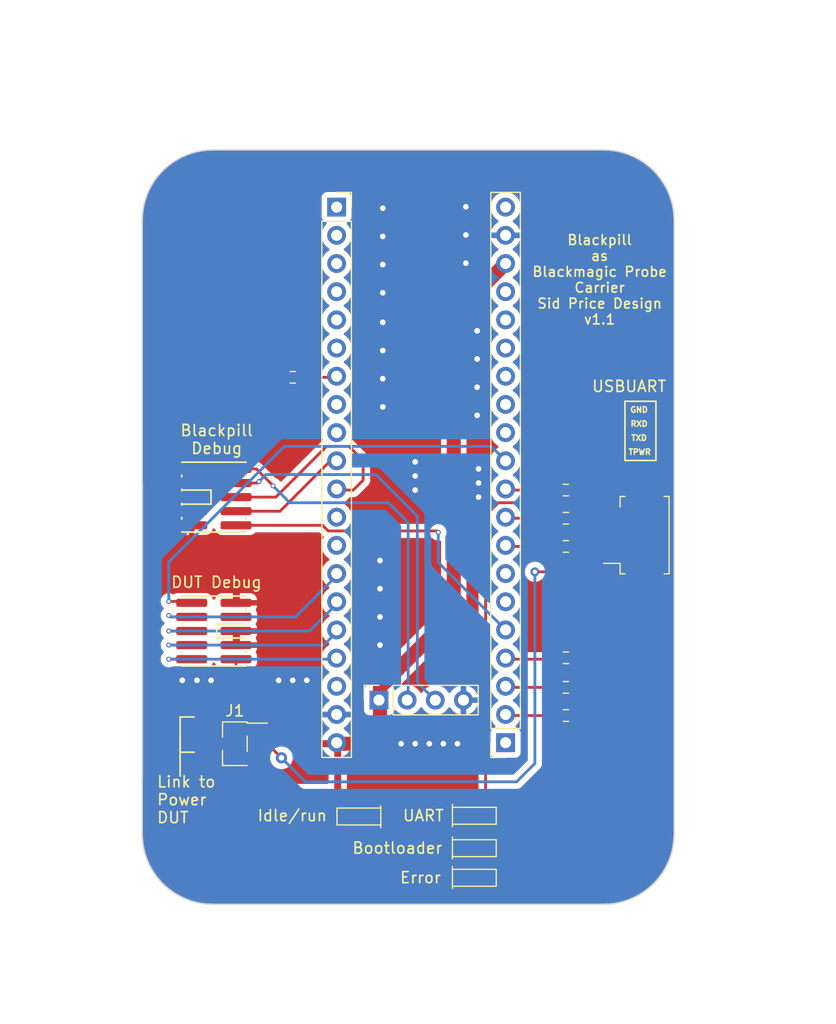
<source format=kicad_pcb>
(kicad_pcb (version 20221018) (generator pcbnew)
  (title_block (title "Blackpill Carrier Board") (date "2024-08-14") (rev "1.0") (company "Sid Price Design - 2024"))
  (layers (0 "F.Cu" signal) (31 "B.Cu" signal) (34 "B.Paste" user) (35 "F.Paste" user) (36 "B.SilkS" user "B.Silkscreen") (37 "F.SilkS" user "F.Silkscreen") (38 "B.Mask" user) (39 "F.Mask" user) (44 "Edge.Cuts" user))
  (net 0 "")
  (net 1 "GND")
  (net 2 "Net-(D1-A)")
  (net 3 "Net-(D2-A)")
  (net 4 "Net-(D3-K)")
  (net 5 "Net-(D4-A)")
  (net 6 "+3V3")
  (net 7 "/TPWR")
  (net 9 "/t_SWDIO{slash}TMS")
  (net 10 "/t_SWDCLK{slash}TCK")
  (net 11 "/t_SWO{slash}TDO")
  (net 13 "/t_NC{slash}TDI")
  (net 14 "/~{nRST}")
  (net 15 "/b_SWDIO")
  (net 16 "/b_SWDCLK")
  (net 17 "/b_SWO")
  (net 19 "/b_TDI")
  (net 20 "/~{RESET}")
  (net 21 "Net-(J4-Pin_2)")
  (net 22 "Net-(J4-Pin_3)")
  (net 23 "/TXD")
  (net 24 "/RXD")
  (net 25 "/LED_ERROR")
  (net 26 "/LED_BOOTLOADER")
  (net 27 "/LED_IDLE_RUN")
  (net 28 "/LED_UART")
  (net 35 "Net-(J5-Pin_7)")
  (footprint "Connector_PinHeader_1.27mm:PinHeader_1x03_P1.27mm_Vertical_SMD_Pin1Right" (layer "F.Cu") (at 109.206 125.984)
    (fp_text reference "J1" (at 0 -2.965) (layer "F.SilkS"))
    (fp_text value "M50-3630342")
    (fp_line (start -1.11 -1.965) (end 1.11 -1.965) (stroke (width 0.12)) (layer "F.SilkS"))
    (fp_line (start -1.11 -1.955) (end -1.11 -0.585) (stroke (width 0.12)) (layer "F.SilkS"))
    (fp_line (start -1.11 0.585) (end -1.11 1.955) (stroke (width 0.12)) (layer "F.SilkS"))
    (fp_line (start -1.11 1.855) (end -1.11 1.965) (stroke (width 0.12)) (layer "F.SilkS"))
    (fp_line (start -1.11 1.965) (end 1.11 1.965) (stroke (width 0.12)) (layer "F.SilkS"))
    (fp_line (start 1.11 -1.965) (end 1.11 -1.855) (stroke (width 0.12)) (layer "F.SilkS"))
    (fp_line (start 1.11 -1.855) (end 2.94 -1.855) (stroke (width 0.12)) (layer "F.SilkS"))
    (fp_line (start 1.11 -0.685) (end 1.11 0.685) (stroke (width 0.12)) (layer "F.SilkS"))
    (pad "1" smd rect (at 1.5 -1.27) (size 3 0.65) (layers "F.Cu" "F.Paste" "F.Mask") (net 6 "+3V3"))
    (pad "2" smd rect (at -1.5 0) (size 3 0.65) (layers "F.Cu" "F.Paste" "F.Mask") (net 7 "/TPWR"))
    (pad "3" smd rect (at 1.5 1.27) (size 3 0.65) (layers "F.Cu" "F.Paste" "F.Mask"))
  )
  (footprint "Resistor_SMD:R_0603_1608Metric" (layer "F.Cu") (at 139.065 103.124 180)
    (fp_text reference "R6" hide)
    (fp_text value "1K")
    (fp_line (start -0.237258 -0.5225) (end 0.237258 -0.5225) (stroke (width 0.12)) (layer "F.SilkS"))
    (fp_line (start -0.237258 0.5225) (end 0.237258 0.5225) (stroke (width 0.12)) (layer "F.SilkS"))
    (pad "1" smd roundrect (at -0.825 0 180) (size 0.8 0.95) (layers "F.Cu" "F.Paste" "F.Mask") (net 5 "Net-(D4-A)"))
    (pad "2" smd roundrect (at 0.825 0 180) (size 0.8 0.95) (layers "F.Cu" "F.Paste" "F.Mask") (net 28 "/LED_UART"))
  )
  (footprint "Connector_PinSocket_2.54mm:PinSocket_1x04_P2.54mm_Vertical" (layer "F.Cu") (at 122.209 122.052 90)
    (fp_text reference "J7" hide)
    (fp_text value "B-2200S04P-A120")
    (fp_line (start -1.33 1.27) (end -1.33 8.95) (stroke (width 0.12)) (layer "F.SilkS"))
    (fp_line (start -1.33 1.27) (end 1.33 1.27) (stroke (width 0.12)) (layer "F.SilkS"))
    (fp_line (start -1.33 8.95) (end 1.33 8.95) (stroke (width 0.12)) (layer "F.SilkS"))
    (fp_line (start 0 -1.33) (end 1.33 -1.33) (stroke (width 0.12)) (layer "F.SilkS"))
    (fp_line (start 1.33 -1.33) (end 1.33 0) (stroke (width 0.12)) (layer "F.SilkS"))
    (fp_line (start 1.33 1.27) (end 1.33 8.95) (stroke (width 0.12)) (layer "F.SilkS"))
    (pad "1" thru_hole rect (at 0 0 90) (size 1.7 1.7) (drill 1) (layers "*.Cu" "*.Mask") (net 6 "+3V3"))
    (pad "2" thru_hole oval (at 0 2.54 90) (size 1.7 1.7) (drill 1) (layers "*.Cu" "*.Mask") (net 15 "/b_SWDIO"))
    (pad "3" thru_hole oval (at 0 5.08 90) (size 1.7 1.7) (drill 1) (layers "*.Cu" "*.Mask") (net 16 "/b_SWDCLK"))
    (pad "4" thru_hole oval (at 0 7.62 90) (size 1.7 1.7) (drill 1) (layers "*.Cu" "*.Mask") (net 1 "GND"))
  )
  (footprint "sjp_leds:LTSTC170_LED_0805" (layer "F.Cu") (at 130.81 138.049)
    (fp_text reference "D1" hide)
    (fp_text value "LTSTC170KR")
    (fp_line (start -1.975 -0.75) (end -1.975 -1) (stroke (width 0.12)) (layer "F.SilkS"))
    (fp_line (start -1.975 0.775) (end -1.975 0.975) (stroke (width 0.12)) (layer "F.SilkS"))
    (fp_rect (start -1.975 -0.75) (end 1.975 0.775) (stroke (width 0.12)) (fill none) (layer "F.SilkS"))
    (pad "1" smd roundrect (at -1.05 0) (size 1.2 1.2) (layers "F.Cu" "F.Paste" "F.Mask") (net 1 "GND"))
    (pad "2" smd roundrect (at 1.05 0) (size 1.2 1.2) (layers "F.Cu" "F.Paste" "F.Mask") (net 2 "Net-(D1-A)"))
  )
  (footprint "Resistor_SMD:R_0603_1608Metric" (layer "F.Cu") (at 139.065 120.904 180)
    (fp_text reference "R3" hide)
    (fp_text value "1K")
    (fp_line (start -0.237258 -0.5225) (end 0.237258 -0.5225) (stroke (width 0.12)) (layer "F.SilkS"))
    (fp_line (start -0.237258 0.5225) (end 0.237258 0.5225) (stroke (width 0.12)) (layer "F.SilkS"))
    (pad "1" smd roundrect (at -0.825 0 180) (size 0.8 0.95) (layers "F.Cu" "F.Paste" "F.Mask") (net 2 "Net-(D1-A)"))
    (pad "2" smd roundrect (at 0.825 0 180) (size 0.8 0.95) (layers "F.Cu" "F.Paste" "F.Mask") (net 25 "/LED_ERROR"))
  )
  (footprint "Connector_PinSocket_2.54mm:PinSocket_1x20_P2.54mm_Vertical" (layer "F.Cu") (at 133.629 125.887 180)
    (fp_text reference "J6" hide)
    (fp_text value "B-2200S20P-A120")
    (fp_line (start -1.33 1.27) (end -1.33 49.59) (stroke (width 0.12)) (layer "F.SilkS"))
    (fp_line (start -1.33 1.27) (end 1.33 1.27) (stroke (width 0.12)) (layer "F.SilkS"))
    (fp_line (start -1.33 49.59) (end 1.33 49.59) (stroke (width 0.12)) (layer "F.SilkS"))
    (fp_line (start 0 -1.33) (end 1.33 -1.33) (stroke (width 0.12)) (layer "F.SilkS"))
    (fp_line (start 1.33 -1.33) (end 1.33 0) (stroke (width 0.12)) (layer "F.SilkS"))
    (fp_line (start 1.33 1.27) (end 1.33 49.59) (stroke (width 0.12)) (layer "F.SilkS"))
    (pad "1" thru_hole rect (at 0 0 180) (size 1.7 1.7) (drill 1) (layers "*.Cu" "*.Mask"))
    (pad "2" thru_hole oval (at 0 2.54 180) (size 1.7 1.7) (drill 1) (layers "*.Cu" "*.Mask") (net 27 "/LED_IDLE_RUN"))
    (pad "3" thru_hole oval (at 0 5.08 180) (size 1.7 1.7) (drill 1) (layers "*.Cu" "*.Mask") (net 25 "/LED_ERROR"))
    (pad "4" thru_hole oval (at 0 7.62 180) (size 1.7 1.7) (drill 1) (layers "*.Cu" "*.Mask") (net 26 "/LED_BOOTLOADER"))
    (pad "5" thru_hole oval (at 0 10.16 180) (size 1.7 1.7) (drill 1) (layers "*.Cu" "*.Mask") (net 20 "/~{RESET}"))
    (pad "6" thru_hole oval (at 0 12.7 180) (size 1.7 1.7) (drill 1) (layers "*.Cu" "*.Mask"))
    (pad "7" thru_hole oval (at 0 15.24 180) (size 1.7 1.7) (drill 1) (layers "*.Cu" "*.Mask"))
    (pad "8" thru_hole oval (at 0 17.78 180) (size 1.7 1.7) (drill 1) (layers "*.Cu" "*.Mask") (net 23 "/TXD"))
    (pad "9" thru_hole oval (at 0 20.32 180) (size 1.7 1.7) (drill 1) (layers "*.Cu" "*.Mask") (net 24 "/RXD"))
    (pad "10" thru_hole oval (at 0 22.86 180) (size 1.7 1.7) (drill 1) (layers "*.Cu" "*.Mask") (net 28 "/LED_UART"))
    (pad "11" thru_hole oval (at 0 25.4 180) (size 1.7 1.7) (drill 1) (layers "*.Cu" "*.Mask") (net 14 "/~{nRST}"))
    (pad "12" thru_hole oval (at 0 27.94 180) (size 1.7 1.7) (drill 1) (layers "*.Cu" "*.Mask"))
    (pad "13" thru_hole oval (at 0 30.48 180) (size 1.7 1.7) (drill 1) (layers "*.Cu" "*.Mask"))
    (pad "14" thru_hole oval (at 0 33.02 180) (size 1.7 1.7) (drill 1) (layers "*.Cu" "*.Mask"))
    (pad "15" thru_hole oval (at 0 35.56 180) (size 1.7 1.7) (drill 1) (layers "*.Cu" "*.Mask"))
    (pad "16" thru_hole oval (at 0 38.1 180) (size 1.7 1.7) (drill 1) (layers "*.Cu" "*.Mask"))
    (pad "17" thru_hole oval (at 0 40.64 180) (size 1.7 1.7) (drill 1) (layers "*.Cu" "*.Mask"))
    (pad "18" thru_hole oval (at 0 43.18 180) (size 1.7 1.7) (drill 1) (layers "*.Cu" "*.Mask") (net 6 "+3V3"))
    (pad "19" thru_hole oval (at 0 45.72 180) (size 1.7 1.7) (drill 1) (layers "*.Cu" "*.Mask") (net 1 "GND"))
    (pad "20" thru_hole oval (at 0 48.26 180) (size 1.7 1.7) (drill 1) (layers "*.Cu" "*.Mask"))
  )
  (footprint "sjp_connectors:FTSH-105-XX-X-DV" (layer "F.Cu") (at 107.315 115.824 -90)
    (fp_text reference "J2")
    (fp_text value "FTSH-105-01-F-DV-K-P-TR")
    (fp_line (start -3.15 2.9) (end -3.15 -2.9) (stroke (width 0.15)) (layer "F.SilkS"))
    (fp_line (start -1.9812 2.8956) (end -1.8288 2.8956) (stroke (width 0.15)) (layer "F.SilkS"))
    (fp_line (start -1.8288 -2.8956) (end -1.9812 -2.8956) (stroke (width 0.15)) (layer "F.SilkS"))
    (fp_line (start -0.7112 2.8956) (end -0.5334 2.8956) (stroke (width 0.15)) (layer "F.SilkS"))
    (fp_line (start -0.635 -0.254) (end -0.635 -2.794) (stroke (width 0.15)) (layer "F.SilkS"))
    (fp_line (start -0.5588 -2.8956) (end -0.7112 -2.8956) (stroke (width 0.15)) (layer "F.SilkS"))
    (fp_line (start 0.5588 2.8956) (end 0.7112 2.8956) (stroke (width 0.15)) (layer "F.SilkS"))
    (fp_line (start 0.635 -2.794) (end 0.635 -0.254) (stroke (width 0.15)) (layer "F.SilkS"))
    (fp_line (start 0.635 -0.254) (end -0.635 -0.254) (stroke (width 0.15)) (layer "F.SilkS"))
    (fp_line (start 0.7112 -2.8956) (end 0.5588 -2.8956) (stroke (width 0.15)) (layer "F.SilkS"))
    (fp_line (start 1.8288 2.8956) (end 1.9812 2.8956) (stroke (width 0.15)) (layer "F.SilkS"))
    (fp_line (start 1.9812 -2.8956) (end 1.8288 -2.8956) (stroke (width 0.15)) (layer "F.SilkS"))
    (fp_line (start 3.15 2.9) (end 3.15 -2.9) (stroke (width 0.15)) (layer "F.SilkS"))
    (pad "1" smd roundrect (at 2.54 -2 90) (size 0.74 2.8) (layers "F.Cu" "F.Paste" "F.Mask") (net 7 "/TPWR"))
    (pad "2" smd roundrect (at 2.54 2 90) (size 0.74 2.8) (layers "F.Cu" "F.Paste" "F.Mask") (net 9 "/t_SWDIO{slash}TMS"))
    (pad "3" smd roundrect (at 1.27 -2 90) (size 0.74 2.8) (layers "F.Cu" "F.Paste" "F.Mask") (net 1 "GND"))
    (pad "4" smd roundrect (at 1.27 2 90) (size 0.74 2.8) (layers "F.Cu" "F.Paste" "F.Mask") (net 10 "/t_SWDCLK{slash}TCK"))
    (pad "5" smd roundrect (at 0 -2 90) (size 0.74 2.8) (layers "F.Cu" "F.Paste" "F.Mask") (net 1 "GND"))
    (pad "6" smd roundrect (at 0 2 90) (size 0.74 2.8) (layers "F.Cu" "F.Paste" "F.Mask") (net 11 "/t_SWO{slash}TDO"))
    (pad "7" smd roundrect (at -1.27 -2 90) (size 0.74 2.8) (layers "F.Cu" "F.Paste" "F.Mask"))
    (pad "8" smd roundrect (at -1.27 2 90) (size 0.74 2.8) (layers "F.Cu" "F.Paste" "F.Mask") (net 13 "/t_NC{slash}TDI"))
    (pad "9" smd roundrect (at -2.54 -2 90) (size 0.74 2.8) (layers "F.Cu" "F.Paste" "F.Mask") (net 1 "GND"))
    (pad "10" smd roundrect (at -2.54 2 90) (size 0.74 2.8) (layers "F.Cu" "F.Paste" "F.Mask") (net 14 "/~{nRST}"))
  )
  (footprint "sjp_leds:LTSTC170_LED_0805" (layer "F.Cu") (at 130.81 132.461)
    (fp_text reference "D4" hide)
    (fp_text value "LTSTC170KG")
    (fp_line (start -1.975 -0.75) (end -1.975 -1) (stroke (width 0.12)) (layer "F.SilkS"))
    (fp_line (start -1.975 0.775) (end -1.975 0.975) (stroke (width 0.12)) (layer "F.SilkS"))
    (fp_rect (start -1.975 -0.75) (end 1.975 0.775) (stroke (width 0.12)) (fill none) (layer "F.SilkS"))
    (pad "1" smd roundrect (at -1.05 0) (size 1.2 1.2) (layers "F.Cu" "F.Paste" "F.Mask") (net 1 "GND"))
    (pad "2" smd roundrect (at 1.05 0) (size 1.2 1.2) (layers "F.Cu" "F.Paste" "F.Mask") (net 5 "Net-(D4-A)"))
  )
  (footprint "Resistor_SMD:R_0603_1608Metric" (layer "F.Cu") (at 139.065 123.444 180)
    (fp_text reference "R5" hide)
    (fp_text value "1K")
    (fp_line (start -0.237258 -0.5225) (end 0.237258 -0.5225) (stroke (width 0.12)) (layer "F.SilkS"))
    (fp_line (start -0.237258 0.5225) (end 0.237258 0.5225) (stroke (width 0.12)) (layer "F.SilkS"))
    (pad "1" smd roundrect (at -0.825 0 180) (size 0.8 0.95) (layers "F.Cu" "F.Paste" "F.Mask") (net 4 "Net-(D3-K)"))
    (pad "2" smd roundrect (at 0.825 0 180) (size 0.8 0.95) (layers "F.Cu" "F.Paste" "F.Mask") (net 27 "/LED_IDLE_RUN"))
  )
  (footprint "Resistor_SMD:R_0603_1608Metric" (layer "F.Cu") (at 139.065 105.664 180)
    (fp_text reference "R2" hide)
    (fp_text value "100R")
    (fp_line (start -0.237258 -0.5225) (end 0.237258 -0.5225) (stroke (width 0.12)) (layer "F.SilkS"))
    (fp_line (start -0.237258 0.5225) (end 0.237258 0.5225) (stroke (width 0.12)) (layer "F.SilkS"))
    (pad "1" smd roundrect (at -0.825 0 180) (size 0.8 0.95) (layers "F.Cu" "F.Paste" "F.Mask") (net 22 "Net-(J4-Pin_3)"))
    (pad "2" smd roundrect (at 0.825 0 180) (size 0.8 0.95) (layers "F.Cu" "F.Paste" "F.Mask") (net 24 "/RXD"))
  )
  (footprint "Resistor_SMD:R_0603_1608Metric" (layer "F.Cu") (at 139.065 108.204 180)
    (fp_text reference "R1" hide)
    (fp_text value "100R")
    (fp_line (start -0.237258 -0.5225) (end 0.237258 -0.5225) (stroke (width 0.12)) (layer "F.SilkS"))
    (fp_line (start -0.237258 0.5225) (end 0.237258 0.5225) (stroke (width 0.12)) (layer "F.SilkS"))
    (pad "1" smd roundrect (at -0.825 0 180) (size 0.8 0.95) (layers "F.Cu" "F.Paste" "F.Mask") (net 21 "Net-(J4-Pin_2)"))
    (pad "2" smd roundrect (at 0.825 0 180) (size 0.8 0.95) (layers "F.Cu" "F.Paste" "F.Mask") (net 23 "/TXD"))
  )
  (footprint "Resistor_SMD:R_0603_1608Metric" (layer "F.Cu") (at 114.427 92.964 180)
    (fp_text reference "R7" hide)
    (fp_text value "10K")
    (fp_line (start -0.237258 -0.5225) (end 0.237258 -0.5225) (stroke (width 0.12)) (layer "F.SilkS"))
    (fp_line (start -0.237258 0.5225) (end 0.237258 0.5225) (stroke (width 0.12)) (layer "F.SilkS"))
    (pad "1" smd roundrect (at -0.825 0 180) (size 0.8 0.95) (layers "F.Cu" "F.Paste" "F.Mask") (net 35 "Net-(J5-Pin_7)"))
    (pad "2" smd roundrect (at 0.825 0 180) (size 0.8 0.95) (layers "F.Cu" "F.Paste" "F.Mask") (net 1 "GND"))
  )
  (footprint "Connector_Molex:Molex_PicoBlade_53261-0471_1x04-1MP_P1.25mm_Horizontal" (layer "F.Cu") (at 145.669 107.188 90)
    (fp_text reference "J4" hide)
    (fp_text value "PicoBlade")
    (fp_line (start -3.485 -1.71) (end -2.535 -1.71) (stroke (width 0.12)) (layer "F.SilkS"))
    (fp_line (start -3.485 -1.26) (end -3.485 -1.71) (stroke (width 0.12)) (layer "F.SilkS"))
    (fp_line (start -3.485 2.26) (end -3.485 2.71) (stroke (width 0.12)) (layer "F.SilkS"))
    (fp_line (start -3.485 2.71) (end 3.485 2.71) (stroke (width 0.12)) (layer "F.SilkS"))
    (fp_line (start -2.535 -1.71) (end -2.535 -3.2) (stroke (width 0.12)) (layer "F.SilkS"))
    (fp_line (start 3.485 -1.71) (end 2.535 -1.71) (stroke (width 0.12)) (layer "F.SilkS"))
    (fp_line (start 3.485 -1.26) (end 3.485 -1.71) (stroke (width 0.12)) (layer "F.SilkS"))
    (fp_line (start 3.485 2.71) (end 3.485 2.26) (stroke (width 0.12)) (layer "F.SilkS"))
    (pad "1" smd roundrect (at -1.875 -2.4 90) (size 0.8 1.6) (layers "F.Cu" "F.Paste" "F.Mask") (net 7 "/TPWR"))
    (pad "2" smd roundrect (at -0.625 -2.4 90) (size 0.8 1.6) (layers "F.Cu" "F.Paste" "F.Mask") (net 21 "Net-(J4-Pin_2)"))
    (pad "3" smd roundrect (at 0.625 -2.4 90) (size 0.8 1.6) (layers "F.Cu" "F.Paste" "F.Mask") (net 22 "Net-(J4-Pin_3)"))
    (pad "4" smd roundrect (at 1.875 -2.4 90) (size 0.8 1.6) (layers "F.Cu" "F.Paste" "F.Mask") (net 1 "GND"))
    (pad "MP" smd roundrect (at -4.425 0.5 90) (size 2.1 3) (layers "F.Cu" "F.Paste" "F.Mask") (roundrect_rratio 0.1190480952))
    (pad "MP" smd roundrect (at 4.425 0.5 90) (size 2.1 3) (layers "F.Cu" "F.Paste" "F.Mask") (roundrect_rratio 0.1190480952))
  )
  (footprint "sjp_connectors:FTSH-105-XX-X-DV" (layer "F.Cu") (at 107.315 103.759 90)
    (fp_text reference "J3")
    (fp_text value "FTSH-105-01-F-DV-K-P-TR")
    (fp_line (start -3.15 2.9) (end -3.15 -2.9) (stroke (width 0.15)) (layer "F.SilkS"))
    (fp_line (start -1.9812 2.8956) (end -1.8288 2.8956) (stroke (width 0.15)) (layer "F.SilkS"))
    (fp_line (start -1.8288 -2.8956) (end -1.9812 -2.8956) (stroke (width 0.15)) (layer "F.SilkS"))
    (fp_line (start -0.7112 2.8956) (end -0.5334 2.8956) (stroke (width 0.15)) (layer "F.SilkS"))
    (fp_line (start -0.635 -0.254) (end -0.635 -2.794) (stroke (width 0.15)) (layer "F.SilkS"))
    (fp_line (start -0.5588 -2.8956) (end -0.7112 -2.8956) (stroke (width 0.15)) (layer "F.SilkS"))
    (fp_line (start 0.5588 2.8956) (end 0.7112 2.8956) (stroke (width 0.15)) (layer "F.SilkS"))
    (fp_line (start 0.635 -2.794) (end 0.635 -0.254) (stroke (width 0.15)) (layer "F.SilkS"))
    (fp_line (start 0.635 -0.254) (end -0.635 -0.254) (stroke (width 0.15)) (layer "F.SilkS"))
    (fp_line (start 0.7112 -2.8956) (end 0.5588 -2.8956) (stroke (width 0.15)) (layer "F.SilkS"))
    (fp_line (start 1.8288 2.8956) (end 1.9812 2.8956) (stroke (width 0.15)) (layer "F.SilkS"))
    (fp_line (start 1.9812 -2.8956) (end 1.8288 -2.8956) (stroke (width 0.15)) (layer "F.SilkS"))
    (fp_line (start 3.15 2.9) (end 3.15 -2.9) (stroke (width 0.15)) (layer "F.SilkS"))
    (pad "1" smd roundrect (at 2.54 -2 270) (size 0.74 2.8) (layers "F.Cu" "F.Paste" "F.Mask") (net 6 "+3V3"))
    (pad "2" smd roundrect (at 2.54 2 270) (size 0.74 2.8) (layers "F.Cu" "F.Paste" "F.Mask") (net 15 "/b_SWDIO"))
    (pad "3" smd roundrect (at 1.27 -2 270) (size 0.74 2.8) (layers "F.Cu" "F.Paste" "F.Mask") (net 1 "GND"))
    (pad "4" smd roundrect (at 1.27 2 270) (size 0.74 2.8) (layers "F.Cu" "F.Paste" "F.Mask") (net 16 "/b_SWDCLK"))
    (pad "5" smd roundrect (at 0 -2 270) (size 0.74 2.8) (layers "F.Cu" "F.Paste" "F.Mask") (net 1 "GND"))
    (pad "6" smd roundrect (at 0 2 270) (size 0.74 2.8) (layers "F.Cu" "F.Paste" "F.Mask") (net 17 "/b_SWO"))
    (pad "7" smd roundrect (at -1.27 -2 270) (size 0.74 2.8) (layers "F.Cu" "F.Paste" "F.Mask"))
    (pad "8" smd roundrect (at -1.27 2 270) (size 0.74 2.8) (layers "F.Cu" "F.Paste" "F.Mask") (net 19 "/b_TDI"))
    (pad "9" smd roundrect (at -2.54 -2 270) (size 0.74 2.8) (layers "F.Cu" "F.Paste" "F.Mask") (net 1 "GND"))
    (pad "10" smd roundrect (at -2.54 2 270) (size 0.74 2.8) (layers "F.Cu" "F.Paste" "F.Mask") (net 20 "/~{RESET}"))
  )
  (footprint "Connector_PinSocket_2.54mm:PinSocket_1x20_P2.54mm_Vertical" (layer "F.Cu") (at 118.389 77.627)
    (fp_text reference "J5" hide)
    (fp_text value "B-2200S20P-A120")
    (fp_line (start -1.33 1.27) (end -1.33 49.59) (stroke (width 0.12)) (layer "F.SilkS"))
    (fp_line (start -1.33 1.27) (end 1.33 1.27) (stroke (width 0.12)) (layer "F.SilkS"))
    (fp_line (start -1.33 49.59) (end 1.33 49.59) (stroke (width 0.12)) (layer "F.SilkS"))
    (fp_line (start 0 -1.33) (end 1.33 -1.33) (stroke (width 0.12)) (layer "F.SilkS"))
    (fp_line (start 1.33 -1.33) (end 1.33 0) (stroke (width 0.12)) (layer "F.SilkS"))
    (fp_line (start 1.33 1.27) (end 1.33 49.59) (stroke (width 0.12)) (layer "F.SilkS"))
    (pad "1" thru_hole rect (at 0 0) (size 1.7 1.7) (drill 1) (layers "*.Cu" "*.Mask"))
    (pad "2" thru_hole oval (at 0 2.54) (size 1.7 1.7) (drill 1) (layers "*.Cu" "*.Mask"))
    (pad "3" thru_hole oval (at 0 5.08) (size 1.7 1.7) (drill 1) (layers "*.Cu" "*.Mask"))
    (pad "4" thru_hole oval (at 0 7.62) (size 1.7 1.7) (drill 1) (layers "*.Cu" "*.Mask"))
    (pad "5" thru_hole oval (at 0 10.16) (size 1.7 1.7) (drill 1) (layers "*.Cu" "*.Mask"))
    (pad "6" thru_hole oval (at 0 12.7) (size 1.7 1.7) (drill 1) (layers "*.Cu" "*.Mask"))
    (pad "7" thru_hole oval (at 0 15.24) (size 1.7 1.7) (drill 1) (layers "*.Cu" "*.Mask") (net 35 "Net-(J5-Pin_7)"))
    (pad "8" thru_hole oval (at 0 17.78) (size 1.7 1.7) (drill 1) (layers "*.Cu" "*.Mask"))
    (pad "9" thru_hole oval (at 0 20.32) (size 1.7 1.7) (drill 1) (layers "*.Cu" "*.Mask"))
    (pad "10" thru_hole oval (at 0 22.86) (size 1.7 1.7) (drill 1) (layers "*.Cu" "*.Mask") (net 19 "/b_TDI"))
    (pad "11" thru_hole oval (at 0 25.4) (size 1.7 1.7) (drill 1) (layers "*.Cu" "*.Mask") (net 17 "/b_SWO"))
    (pad "12" thru_hole oval (at 0 27.94) (size 1.7 1.7) (drill 1) (layers "*.Cu" "*.Mask"))
    (pad "13" thru_hole oval (at 0 30.48) (size 1.7 1.7) (drill 1) (layers "*.Cu" "*.Mask"))
    (pad "14" thru_hole oval (at 0 33.02) (size 1.7 1.7) (drill 1) (layers "*.Cu" "*.Mask") (net 13 "/t_NC{slash}TDI"))
    (pad "15" thru_hole oval (at 0 35.56) (size 1.7 1.7) (drill 1) (layers "*.Cu" "*.Mask") (net 11 "/t_SWO{slash}TDO"))
    (pad "16" thru_hole oval (at 0 38.1) (size 1.7 1.7) (drill 1) (layers "*.Cu" "*.Mask") (net 10 "/t_SWDCLK{slash}TCK"))
    (pad "17" thru_hole oval (at 0 40.64) (size 1.7 1.7) (drill 1) (layers "*.Cu" "*.Mask") (net 9 "/t_SWDIO{slash}TMS"))
    (pad "18" thru_hole oval (at 0 43.18) (size 1.7 1.7) (drill 1) (layers "*.Cu" "*.Mask"))
    (pad "19" thru_hole oval (at 0 45.72) (size 1.7 1.7) (drill 1) (layers "*.Cu" "*.Mask") (net 1 "GND"))
    (pad "20" thru_hole oval (at 0 48.26) (size 1.7 1.7) (drill 1) (layers "*.Cu" "*.Mask") (net 6 "+3V3"))
  )
  (footprint "sjp_leds:LTSTC170_LED_0805" (layer "F.Cu") (at 120.396 132.554 180)
    (fp_text reference "D3" hide)
    (fp_text value "LTSTC170KB")
    (fp_line (start -1.975 -0.75) (end -1.975 -1) (stroke (width 0.12)) (layer "F.SilkS"))
    (fp_line (start -1.975 0.775) (end -1.975 0.975) (stroke (width 0.12)) (layer "F.SilkS"))
    (fp_rect (start -1.975 -0.75) (end 1.975 0.775) (stroke (width 0.12)) (fill none) (layer "F.SilkS"))
    (pad "1" smd roundrect (at -1.05 0 180) (size 1.2 1.2) (layers "F.Cu" "F.Paste" "F.Mask") (net 4 "Net-(D3-K)"))
    (pad "2" smd roundrect (at 1.05 0 180) (size 1.2 1.2) (layers "F.Cu" "F.Paste" "F.Mask") (net 6 "+3V3"))
  )
  (footprint "Resistor_SMD:R_0603_1608Metric" (layer "F.Cu") (at 139.065 118.237 180)
    (fp_text reference "R4" hide)
    (fp_text value "1K")
    (fp_line (start -0.237258 -0.5225) (end 0.237258 -0.5225) (stroke (width 0.12)) (layer "F.SilkS"))
    (fp_line (start -0.237258 0.5225) (end 0.237258 0.5225) (stroke (width 0.12)) (layer "F.SilkS"))
    (pad "1" smd roundrect (at -0.825 0 180) (size 0.8 0.95) (layers "F.Cu" "F.Paste" "F.Mask") (net 3 "Net-(D2-A)"))
    (pad "2" smd roundrect (at 0.825 0 180) (size 0.8 0.95) (layers "F.Cu" "F.Paste" "F.Mask") (net 26 "/LED_BOOTLOADER"))
  )
  (footprint "sjp_leds:LTSTC170_LED_0805" (layer "F.Cu") (at 130.81 135.382)
    (fp_text reference "D2" hide)
    (fp_text value "LTSTC170KG")
    (fp_line (start -1.975 -0.75) (end -1.975 -1) (stroke (width 0.12)) (layer "F.SilkS"))
    (fp_line (start -1.975 0.775) (end -1.975 0.975) (stroke (width 0.12)) (layer "F.SilkS"))
    (fp_rect (start -1.975 -0.75) (end 1.975 0.775) (stroke (width 0.12)) (fill none) (layer "F.SilkS"))
    (pad "1" smd roundrect (at -1.05 0) (size 1.2 1.2) (layers "F.Cu" "F.Paste" "F.Mask") (net 1 "GND"))
    (pad "2" smd roundrect (at 1.05 0) (size 1.2 1.2) (layers "F.Cu" "F.Paste" "F.Mask") (net 3 "Net-(D2-A)"))
  )
  (gr_line (start 147.193 100.457) (end 147.193 95.123) (stroke (width 0.15)) (layer "F.SilkS"))
  (gr_line (start 104.267 128.905) (end 104.267 125.222) (stroke (width 0.15)) (layer "F.SilkS"))
  (gr_line (start 147.193 100.457) (end 144.399 100.457) (stroke (width 0.15)) (layer "F.SilkS"))
  (gr_line (start 144.399 95.123) (end 147.193 95.123) (stroke (width 0.15)) (layer "F.SilkS"))
  (gr_line (start 105.537 123.571) (end 104.267 123.571) (stroke (width 0.15)) (layer "F.SilkS"))
  (gr_line (start 104.267 123.571) (end 104.267 126.746) (stroke (width 0.15)) (layer "F.SilkS"))
  (gr_line (start 144.399 100.457) (end 144.399 95.123) (stroke (width 0.15)) (layer "F.SilkS"))
  (gr_line (start 104.267 126.746) (end 105.537 126.746) (stroke (width 0.15)) (layer "F.SilkS"))
  (gr_arc (start 142.494 72.462) (mid 146.984128 74.321872) (end 148.844 78.812) (stroke (width 0.1)) (layer "Edge.Cuts"))
  (gr_arc (start 100.844 78.812) (mid 102.703872 74.321872) (end 107.194 72.462) (stroke (width 0.1)) (layer "Edge.Cuts"))
  (gr_arc (start 148.844 134.112) (mid 146.984128 138.602128) (end 142.494 140.462) (stroke (width 0.1)) (layer "Edge.Cuts"))
  (gr_line (start 107.194 72.462) (end 142.494 72.462) (stroke (width 0.1)) (layer "Edge.Cuts"))
  (gr_line (start 142.494 140.462) (end 107.194 140.462) (stroke (width 0.1)) (layer "Edge.Cuts"))
  (gr_line (start 148.844 78.812) (end 148.844 134.112) (stroke (width 0.1)) (layer "Edge.Cuts"))
  (gr_arc (start 107.194 140.462) (mid 102.703872 138.602128) (end 100.844 134.112) (stroke (width 0.1)) (layer "Edge.Cuts"))
  (gr_line (start 100.844 134.112) (end 100.844 78.812) (stroke (width 0.1)) (layer "Edge.Cuts"))
  (gr_text "TXD" (at 145.669 98.425) (layer "F.SilkS") (effects (font (size 0.508 0.508) (thickness 0.127))))
  (gr_text "GND" (at 145.669 95.885) (layer "F.SilkS") (effects (font (size 0.508 0.508) (thickness 0.127))))
  (gr_text "Bootloader" (at 128.016 135.382) (layer "F.SilkS") (effects (font (size 1 1)) (justify right)))
  (gr_text "TPWR" (at 144.653 99.695) (layer "F.SilkS") (effects (font (size 0.508 0.508) (thickness 0.127)) (justify left)))
  (gr_text "RXD" (at 145.669 97.155) (layer "F.SilkS") (effects (font (size 0.508 0.508) (thickness 0.127))))
  (gr_text "Idle/run" (at 117.602 132.461) (layer "F.SilkS") (effects (font (size 1 1)) (justify right)))
  (gr_text "DUT Debug" (at 103.378 112.014) (layer "F.SilkS") (effects (font (size 1 1)) (justify left bottom)))
  (gr_text "UART" (at 128.143 132.461) (layer "F.SilkS") (effects (font (size 1 1)) (justify right)))
  (gr_text "Error" (at 127.889 138.049) (layer "F.SilkS") (effects (font (size 1 1)) (justify right)))
  (gr_text "Blackpill\nas\nBlackmagic Probe\nCarrier\nSid Price Design\nv1.1" (at 142.113 88.265) (layer "F.SilkS") (effects (font (size 0.889 0.889)) (justify bottom)))
  (gr_text "USBUART" (at 148.209 94.361) (layer "F.SilkS") (effects (font (size 1 1)) (justify right bottom)))
  (gr_text "Link to\nPower\nDUT" (at 102.108 133.223) (layer "F.SilkS") (effects (font (size 1 1)) (justify left bottom)))
  (gr_text "Blackpill\nDebug" (at 107.569 99.949) (layer "F.SilkS") (effects (font (size 1 1)) (justify bottom)))
  (segment (start 109.347 117.094) (end 109.347 115.824) (width 0.635) (layer "F.Cu") (net 1))
  (segment (start 103.759 103.759) (end 102.87 104.648) (width 0.635) (layer "F.Cu") (net 1))
  (segment (start 102.87 104.648) (end 102.87 108.966) (width 0.635) (layer "F.Cu") (net 1))
  (segment (start 109.347 113.268) (end 109.347 111.776) (width 0.635) (layer "F.Cu") (net 1))
  (segment (start 105.315 102.489) (end 105.315 103.759) (width 0.635) (layer "F.Cu") (net 1))
  (segment (start 105.315 103.759) (end 103.759 103.759) (width 0.635) (layer "F.Cu") (net 1))
  (via (at 122.301 114.554) (size 1.016) (drill 0.508) (layers "F.Cu" "B.Cu") (net 1))
  (via (at 115.697 120.269) (size 1.016) (drill 0.508) (layers "F.Cu" "B.Cu") (net 1))
  (via (at 131.064 88.773) (size 1.016) (drill 0.508) (layers "F.Cu" "B.Cu") (net 1))
  (via (at 122.555 88.011) (size 1.016) (drill 0.508) (layers "F.Cu" "B.Cu") (net 1))
  (via (at 122.555 85.344) (size 1.016) (drill 0.508) (layers "F.Cu" "B.Cu") (net 1))
  (via (at 128.016 125.984) (size 1.016) (drill 0.508) (layers "F.Cu" "B.Cu") (net 1))
  (via (at 122.301 109.474) (size 1.016) (drill 0.508) (layers "F.Cu" "B.Cu") (net 1))
  (via (at 129.286 125.984) (size 1.016) (drill 0.508) (layers "F.Cu" "B.Cu") (net 1))
  (via (at 126.746 125.984) (size 1.016) (drill 0.508) (layers "F.Cu" "B.Cu") (net 1))
  (via (at 125.476 100.584) (size 1.016) (drill 0.508) (layers "F.Cu" "B.Cu") (net 1))
  (via (at 122.555 93.091) (size 1.016) (drill 0.508) (layers "F.Cu" "B.Cu") (net 1))
  (via (at 131.064 93.853) (size 1.016) (drill 0.508) (layers "F.Cu" "B.Cu") (net 1))
  (via (at 125.476 103.124) (size 1.016) (drill 0.508) (layers "F.Cu" "B.Cu") (net 1))
  (via (at 130.048 82.677) (size 1.016) (drill 0.508) (layers "F.Cu" "B.Cu") (net 1))
  (via (at 104.467 120.269) (size 1.016) (drill 0.508) (layers "F.Cu" "B.Cu") (net 1))
  (via (at 122.555 95.631) (size 1.016) (drill 0.508) (layers "F.Cu" "B.Cu") (net 1))
  (via (at 131.191 103.759) (size 1.016) (drill 0.508) (layers "F.Cu" "B.Cu") (net 1))
  (via (at 122.301 117.094) (size 1.016) (drill 0.508) (layers "F.Cu" "B.Cu") (net 1))
  (via (at 125.476 101.854) (size 1.016) (drill 0.508) (layers "F.Cu" "B.Cu") (net 1))
  (via (at 130.048 77.597) (size 1.016) (drill 0.508) (layers "F.Cu" "B.Cu") (net 1))
  (via (at 122.301 112.014) (size 1.016) (drill 0.508) (layers "F.Cu" "B.Cu") (net 1))
  (via (at 130.048 80.137) (size 1.016) (drill 0.508) (layers "F.Cu" "B.Cu") (net 1))
  (via (at 131.191 102.489) (size 1.016) (drill 0.508) (layers "F.Cu" "B.Cu") (net 1))
  (via (at 131.064 96.393) (size 1.016) (drill 0.508) (layers "F.Cu" "B.Cu") (net 1))
  (via (at 131.064 91.313) (size 1.016) (drill 0.508) (layers "F.Cu" "B.Cu") (net 1))
  (via (at 113.157 120.269) (size 1.016) (drill 0.508) (layers "F.Cu" "B.Cu") (net 1))
  (via (at 122.555 77.724) (size 1.016) (drill 0.508) (layers "F.Cu" "B.Cu") (net 1))
  (via (at 105.791 120.269) (size 1.016) (drill 0.508) (layers "F.Cu" "B.Cu") (net 1))
  (via (at 124.206 125.984) (size 1.016) (drill 0.508) (layers "F.Cu" "B.Cu") (net 1))
  (via (at 107.061 120.269) (size 1.016) (drill 0.508) (layers "F.Cu" "B.Cu") (net 1))
  (via (at 122.555 80.264) (size 1.016) (drill 0.508) (layers "F.Cu" "B.Cu") (net 1))
  (via (at 114.427 120.269) (size 1.016) (drill 0.508) (layers "F.Cu" "B.Cu") (net 1))
  (via (at 125.476 125.984) (size 1.016) (drill 0.508) (layers "F.Cu" "B.Cu") (net 1))
  (via (at 122.555 82.804) (size 1.016) (drill 0.508) (layers "F.Cu" "B.Cu") (net 1))
  (via (at 122.555 90.551) (size 1.016) (drill 0.508) (layers "F.Cu" "B.Cu") (net 1))
  (via (at 131.191 101.219) (size 1.016) (drill 0.508) (layers "F.Cu" "B.Cu") (net 1))
  (segment (start 130.81 136.999) (end 131.86 138.049) (width 0.254) (layer "F.Cu") (net 2))
  (segment (start 141.097 126.619) (end 133.477 134.239) (width 0.254) (layer "F.Cu") (net 2))
  (segment (start 141.097 122.111) (end 141.097 126.619) (width 0.254) (layer "F.Cu") (net 2))
  (segment (start 130.81 134.747) (end 130.81 136.999) (width 0.254) (layer "F.Cu") (net 2))
  (segment (start 131.318 134.239) (end 130.81 134.747) (width 0.254) (layer "F.Cu") (net 2))
  (segment (start 139.89 120.904) (end 141.097 122.111) (width 0.254) (layer "F.Cu") (net 2))
  (segment (start 133.477 134.239) (end 131.318 134.239) (width 0.254) (layer "F.Cu") (net 2))
  (segment (start 133.223 135.382) (end 131.86 135.382) (width 0.254) (layer "F.Cu") (net 3))
  (segment (start 142.24 120.523) (end 142.24 126.365) (width 0.254) (layer "F.Cu") (net 3))
  (segment (start 142.24 126.365) (end 133.223 135.382) (width 0.254) (layer "F.Cu") (net 3))
  (segment (start 139.954 118.237) (end 142.24 120.523) (width 0.254) (layer "F.Cu") (net 3))
  (segment (start 139.89 118.237) (end 139.954 118.237) (width 0.254) (layer "F.Cu") (net 3))
  (segment (start 121.446 132.554) (end 122.623 133.731) (width 0.254) (layer "F.Cu") (net 4))
  (segment (start 140.081 126.746) (end 140.081 123.635) (width 0.254) (layer "F.Cu") (net 4))
  (segment (start 133.096 133.731) (end 140.081 126.746) (width 0.254) (layer "F.Cu") (net 4))
  (segment (start 122.623 133.731) (end 133.096 133.731) (width 0.254) (layer "F.Cu") (net 4))
  (segment (start 140.081 123.635) (end 139.89 123.444) (width 0.254) (layer "F.Cu") (net 4))
  (segment (start 131.826 105.41) (end 131.826 132.427) (width 0.254) (layer "F.Cu") (net 5))
  (segment (start 132.969 104.267) (end 131.826 105.41) (width 0.254) (layer "F.Cu") (net 5))
  (segment (start 138.747 104.267) (end 132.969 104.267) (width 0.254) (layer "F.Cu") (net 5))
  (segment (start 131.826 132.427) (end 131.86 132.461) (width 0.254) (layer "F.Cu") (net 5))
  (segment (start 139.89 103.124) (end 138.747 104.267) (width 0.254) (layer "F.Cu") (net 5))
  (segment (start 105.315 101.219) (end 103.632 101.219) (width 0.635) (layer "F.Cu") (net 6))
  (segment (start 121.158 125.984) (end 122.301 124.841) (width 1.27) (layer "F.Cu") (net 6))
  (segment (start 113.284 124.714) (end 114.554 125.984) (width 0.635) (layer "F.Cu") (net 6))
  (segment (start 122.301 124.841) (end 122.301 120.904) (width 1.27) (layer "F.Cu") (net 6))
  (segment (start 122.301 120.904) (end 128.9526 114.2524) (width 1.27) (layer "F.Cu") (net 6))
  (segment (start 118.491 129.159) (end 118.491 125.984) (width 0.635) (layer "F.Cu") (net 6))
  (segment (start 101.346 103.505) (end 101.346 128.016) (width 0.635) (layer "F.Cu") (net 6))
  (segment (start 118.491 130.302) (end 118.491 129.159) (width 0.635) (layer "F.Cu") (net 6))
  (segment (start 118.491 125.984) (end 121.158 125.984) (width 1.27) (layer "F.Cu") (net 6))
  (segment (start 118.491 129.159) (end 118.491 131.699) (width 0.635) (layer "F.Cu") (net 6))
  (segment (start 103.759 130.429) (end 118.364 130.429) (width 0.635) (layer "F.Cu") (net 6))
  (segment (start 128.9526 87.3834) (end 133.629 82.707) (width 1.27) (layer "F.Cu") (net 6))
  (segment (start 118.491 131.699) (end 119.346 132.554) (width 0.635) (layer "F.Cu") (net 6))
  (segment (start 128.9526 114.2524) (end 128.9526 87.3834) (width 1.27) (layer "F.Cu") (net 6))
  (segment (start 103.632 101.219) (end 101.346 103.505) (width 0.635) (layer "F.Cu") (net 6))
  (segment (start 101.346 128.016) (end 103.759 130.429) (width 0.635) (layer "F.Cu") (net 6))
  (segment (start 114.554 125.984) (end 118.491 125.984) (width 0.635) (layer "F.Cu") (net 6))
  (segment (start 118.364 130.429) (end 118.491 130.302) (width 0.635) (layer "F.Cu") (net 6))
  (segment (start 110.706 124.714) (end 113.284 124.714) (width 0.635) (layer "F.Cu") (net 6))
  (segment (start 136.271 110.49) (end 141.842 110.49) (width 0.254) (layer "F.Cu") (net 7))
  (segment (start 107.823 125.984) (end 112.141 125.984) (width 0.254) (layer "F.Cu") (net 7))
  (segment (start 109.315 119.793) (end 107.061 122.047) (width 0.254) (layer "F.Cu") (net 7))
  (segment (start 112.141 125.984) (end 113.411 127.254) (width 0.254) (layer "F.Cu") (net 7))
  (segment (start 109.315 118.364) (end 109.315 119.793) (width 0.254) (layer "F.Cu") (net 7))
  (segment (start 141.842 110.49) (end 143.269 109.063) (width 0.254) (layer "F.Cu") (net 7))
  (segment (start 107.061 122.047) (end 107.061 125.222) (width 0.254) (layer "F.Cu") (net 7))
  (segment (start 107.061 125.222) (end 107.823 125.984) (width 0.254) (layer "F.Cu") (net 7))
  (via (at 136.271 110.49) (size 0.8) (drill 0.4) (layers "F.Cu" "B.Cu") (net 7))
  (via (at 113.411 127.254) (size 1.016) (drill 0.508) (layers "F.Cu" "B.Cu") (net 7))
  (segment (start 134.62 129.413) (end 136.271 127.762) (width 0.254) (layer "B.Cu") (net 7))
  (segment (start 113.411 127.254) (end 115.57 129.413) (width 0.254) (layer "B.Cu") (net 7))
  (segment (start 115.57 129.413) (end 134.62 129.413) (width 0.254) (layer "B.Cu") (net 7))
  (segment (start 136.271 127.762) (end 136.271 110.49) (width 0.254) (layer "B.Cu") (net 7))
  (segment (start 105.315 118.364) (end 105.314998 118.363998) (width 0.254) (layer "F.Cu") (net 9))
  (segment (start 105.314998 118.363998) (end 103.251 118.363998) (width 0.254) (layer "F.Cu") (net 9))
  (via (at 103.251 118.363998) (size 0.4572) (drill 0.254) (layers "F.Cu" "B.Cu") (net 9))
  (segment (start 118.491 118.364) (end 103.251002 118.364) (width 0.254) (layer "B.Cu") (net 9))
  (segment (start 103.251002 118.364) (end 103.251 118.363998) (width 0.254) (layer "B.Cu") (net 9))
  (segment (start 105.315 117.094) (end 103.250994 117.094) (width 0.254) (layer "F.Cu") (net 10))
  (via (at 103.250994 117.094) (size 0.4572) (drill 0.254) (layers "F.Cu" "B.Cu") (net 10))
  (segment (start 117.221 117.094) (end 103.250994 117.094) (width 0.254) (layer "B.Cu") (net 10))
  (segment (start 118.491 115.824) (end 117.221 117.094) (width 0.254) (layer "B.Cu") (net 10))
  (segment (start 105.315 115.824) (end 103.251 115.824) (width 0.254) (layer "F.Cu") (net 11))
  (via (at 103.251 115.824) (size 0.4572) (drill 0.254) (layers "F.Cu" "B.Cu") (net 11))
  (segment (start 115.951 115.824) (end 103.251 115.824) (width 0.254) (layer "B.Cu") (net 11))
  (segment (start 118.491 113.284) (end 115.951 115.824) (width 0.254) (layer "B.Cu") (net 11))
  (segment (start 105.315 114.554) (end 103.378 114.554) (width 0.254) (layer "F.Cu") (net 13))
  (segment (start 103.378 114.554) (end 103.251 114.427) (width 0.254) (layer "F.Cu") (net 13))
  (via (at 103.251 114.427) (size 0.4572) (drill 0.254) (layers "F.Cu" "B.Cu") (net 13))
  (segment (start 114.681 114.554) (end 103.378 114.554) (width 0.254) (layer "B.Cu") (net 13))
  (segment (start 118.491 110.744) (end 114.681 114.554) (width 0.254) (layer "B.Cu") (net 13))
  (segment (start 103.378 114.554) (end 103.251 114.427) (width 0.254) (layer "B.Cu") (net 13))
  (segment (start 105.315 113.284) (end 105.188 113.157) (width 0.254) (layer "F.Cu") (net 14))
  (segment (start 105.188 113.157) (end 103.251 113.157) (width 0.254) (layer "F.Cu") (net 14))
  (via (at 103.251 113.157) (size 0.4572) (drill 0.254) (layers "F.Cu" "B.Cu") (net 14))
  (segment (start 103.251 109.601) (end 103.251 113.157) (width 0.254) (layer "B.Cu") (net 14))
  (segment (start 132.334 99.187) (end 113.665 99.187) (width 0.254) (layer "B.Cu") (net 14))
  (segment (start 133.731 100.584) (end 132.334 99.187) (width 0.254) (layer "B.Cu") (net 14))
  (segment (start 113.665 99.187) (end 103.251 109.601) (width 0.254) (layer "B.Cu") (net 14))
  (segment (start 112.649 102.719262) (end 112.649 102.743) (width 0.254) (layer "F.Cu") (net 15))
  (segment (start 109.315 101.219) (end 111.148738 101.219) (width 0.254) (layer "F.Cu") (net 15))
  (segment (start 111.148738 101.219) (end 112.649 102.719262) (width 0.254) (layer "F.Cu") (net 15))
  (via (at 112.649 102.743) (size 0.4572) (drill 0.254) (layers "F.Cu" "B.Cu") (net 15))
  (segment (start 124.841 122.174) (end 124.841 106.045) (width 0.254) (layer "B.Cu") (net 15))
  (segment (start 124.841 106.045) (end 123.063 104.267) (width 0.254) (layer "B.Cu") (net 15))
  (segment (start 114.173 104.267) (end 112.649 102.743) (width 0.254) (layer "B.Cu") (net 15))
  (segment (start 123.063 104.267) (end 114.173 104.267) (width 0.254) (layer "B.Cu") (net 15))
  (segment (start 109.315 102.489) (end 111.251994 102.489) (width 0.254) (layer "F.Cu") (net 16))
  (segment (start 111.251994 102.489) (end 111.378994 102.362) (width 0.254) (layer "F.Cu") (net 16))
  (via (at 111.378994 102.362) (size 0.4572) (drill 0.254) (layers "F.Cu" "B.Cu") (net 16))
  (segment (start 121.92 101.727) (end 112.013994 101.727) (width 0.254) (layer "B.Cu") (net 16))
  (segment (start 127.381 122.174) (end 125.6665 120.4595) (width 0.254) (layer "B.Cu") (net 16))
  (segment (start 125.6665 105.4735) (end 121.92 101.727) (width 0.254) (layer "B.Cu") (net 16))
  (segment (start 125.6665 120.4595) (end 125.6665 105.4735) (width 0.254) (layer "B.Cu") (net 16))
  (segment (start 112.013994 101.727) (end 111.378994 102.362) (width 0.254) (layer "B.Cu") (net 16))
  (segment (start 112.903 103.759) (end 117.475 99.187) (width 0.254) (layer "F.Cu") (net 17))
  (segment (start 119.888 103.124) (end 118.491 103.124) (width 0.254) (layer "F.Cu") (net 17))
  (segment (start 109.315 103.759) (end 112.903 103.759) (width 0.254) (layer "F.Cu") (net 17))
  (segment (start 120.777 102.235) (end 119.888 103.124) (width 0.254) (layer "F.Cu") (net 17))
  (segment (start 117.475 99.187) (end 119.507 99.187) (width 0.254) (layer "F.Cu") (net 17))
  (segment (start 120.777 100.457) (end 120.777 102.235) (width 0.254) (layer "F.Cu") (net 17))
  (segment (start 119.507 99.187) (end 120.777 100.457) (width 0.254) (layer "F.Cu") (net 17))
  (segment (start 117.729 100.584) (end 118.491 100.584) (width 0.254) (layer "F.Cu") (net 19))
  (segment (start 113.284 105.029) (end 117.729 100.584) (width 0.254) (layer "F.Cu") (net 19))
  (segment (start 109.315 105.029) (end 113.284 105.029) (width 0.254) (layer "F.Cu") (net 19))
  (segment (start 109.315 106.299) (end 117.1194 106.299) (width 0.254) (layer "F.Cu") (net 20))
  (segment (start 117.1194 106.299) (end 117.6274 106.807) (width 0.254) (layer "F.Cu") (net 20))
  (segment (start 127.428602 106.807) (end 127.5556 106.933998) (width 0.254) (layer "F.Cu") (net 20))
  (segment (start 117.6274 106.807) (end 127.428602 106.807) (width 0.254) (layer "F.Cu") (net 20))
  (via (at 127.5556 106.933998) (size 0.4572) (drill 0.254) (layers "F.Cu" "B.Cu") (net 20))
  (segment (start 127.5556 109.6486) (end 127.5556 106.933998) (width 0.254) (layer "B.Cu") (net 20))
  (segment (start 133.731 115.824) (end 127.5556 109.6486) (width 0.254) (layer "B.Cu") (net 20))
  (segment (start 139.89 108.204) (end 140.017 108.331) (width 0.254) (layer "F.Cu") (net 21))
  (segment (start 139.89 108.204) (end 142.878 108.204) (width 0.254) (layer "F.Cu") (net 21))
  (segment (start 142.878 108.204) (end 143.269 107.813) (width 0.254) (layer "F.Cu") (net 21))
  (segment (start 139.89 105.664) (end 140.789 106.563) (width 0.254) (layer "F.Cu") (net 22))
  (segment (start 140.789 106.563) (end 143.269 106.563) (width 0.254) (layer "F.Cu") (net 22))
  (segment (start 133.731 108.204) (end 138.24 108.204) (width 0.254) (layer "F.Cu") (net 23))
  (segment (start 133.731 105.664) (end 138.24 105.664) (width 0.254) (layer "F.Cu") (net 24))
  (segment (start 133.731 120.904) (end 138.24 120.904) (width 0.254) (layer "F.Cu") (net 25))
  (segment (start 133.731 118.364) (end 138.113 118.364) (width 0.254) (layer "F.Cu") (net 26))
  (segment (start 138.113 118.364) (end 138.24 118.237) (width 0.254) (layer "F.Cu") (net 26))
  (segment (start 133.731 123.444) (end 138.24 123.444) (width 0.254) (layer "F.Cu") (net 27))
  (segment (start 138.24 103.124) (end 133.731 103.124) (width 0.254) (layer "F.Cu") (net 28))
  (segment (start 115.252 92.964) (end 118.292 92.964) (width 0.254) (layer "F.Cu") (net 35))
  (segment (start 118.292 92.964) (end 118.389 92.867) (width 0.254) (layer "F.Cu") (net 35))
  (zone (net 1) (net_name "GND") (layers "F&B.Cu") (connect_pads (clearance 0.508)) (min_thickness 0.25) (fill yes (thermal_gap 0.5) (thermal_bridge_width 0.5))
    (polygon (pts (xy 163.195 65.405) (xy 163.449 151.257) (xy 89.789 150.241) (xy 91.059 65.405)))
  )
)
</source>
